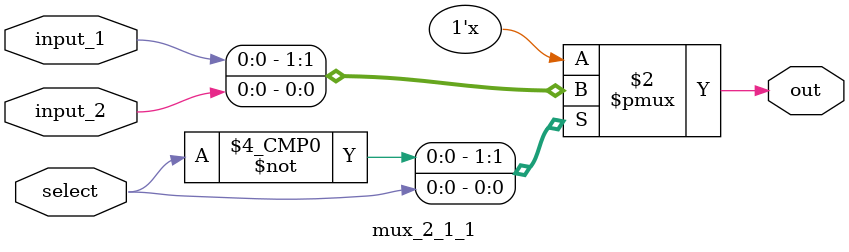
<source format=v>

module mux_2_1_1 (
    
   input  input_1, 
   input  input_2,
   input  select,
   output reg out
);

 always @(*) begin
case (select)
    1'b0 : out = input_1;
    1'b1 : out = input_2;
endcase
end

endmodule
</source>
